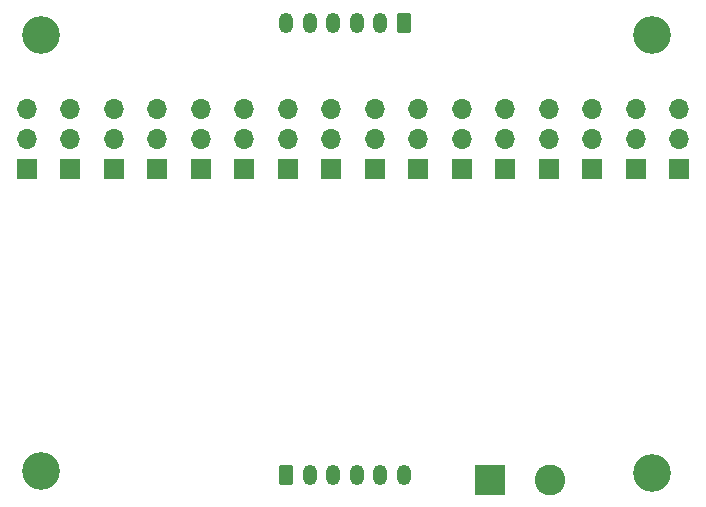
<source format=gbr>
%TF.GenerationSoftware,KiCad,Pcbnew,8.0.2*%
%TF.CreationDate,2025-04-18T13:41:41+02:00*%
%TF.ProjectId,PCA9685 board,50434139-3638-4352-9062-6f6172642e6b,rev?*%
%TF.SameCoordinates,Original*%
%TF.FileFunction,Soldermask,Bot*%
%TF.FilePolarity,Negative*%
%FSLAX46Y46*%
G04 Gerber Fmt 4.6, Leading zero omitted, Abs format (unit mm)*
G04 Created by KiCad (PCBNEW 8.0.2) date 2025-04-18 13:41:41*
%MOMM*%
%LPD*%
G01*
G04 APERTURE LIST*
G04 Aperture macros list*
%AMRoundRect*
0 Rectangle with rounded corners*
0 $1 Rounding radius*
0 $2 $3 $4 $5 $6 $7 $8 $9 X,Y pos of 4 corners*
0 Add a 4 corners polygon primitive as box body*
4,1,4,$2,$3,$4,$5,$6,$7,$8,$9,$2,$3,0*
0 Add four circle primitives for the rounded corners*
1,1,$1+$1,$2,$3*
1,1,$1+$1,$4,$5*
1,1,$1+$1,$6,$7*
1,1,$1+$1,$8,$9*
0 Add four rect primitives between the rounded corners*
20,1,$1+$1,$2,$3,$4,$5,0*
20,1,$1+$1,$4,$5,$6,$7,0*
20,1,$1+$1,$6,$7,$8,$9,0*
20,1,$1+$1,$8,$9,$2,$3,0*%
G04 Aperture macros list end*
%ADD10R,1.700000X1.700000*%
%ADD11O,1.700000X1.700000*%
%ADD12C,3.200000*%
%ADD13RoundRect,0.250000X-0.350000X-0.625000X0.350000X-0.625000X0.350000X0.625000X-0.350000X0.625000X0*%
%ADD14O,1.200000X1.750000*%
%ADD15RoundRect,0.250000X0.350000X0.625000X-0.350000X0.625000X-0.350000X-0.625000X0.350000X-0.625000X0*%
%ADD16R,2.600000X2.600000*%
%ADD17C,2.600000*%
G04 APERTURE END LIST*
D10*
%TO.C,M12*%
X153289000Y-127635000D03*
D11*
X153289000Y-125095000D03*
X153289000Y-122555000D03*
%TD*%
D10*
%TO.C,M4*%
X182753000Y-127635000D03*
D11*
X182753000Y-125095000D03*
X182753000Y-122555000D03*
%TD*%
D10*
%TO.C,M8*%
X168021000Y-127635000D03*
D11*
X168021000Y-125095000D03*
X168021000Y-122555000D03*
%TD*%
D10*
%TO.C,M9*%
X164338000Y-127620000D03*
D11*
X164338000Y-125080000D03*
X164338000Y-122540000D03*
%TD*%
D10*
%TO.C,M2*%
X190119000Y-127635000D03*
D11*
X190119000Y-125095000D03*
X190119000Y-122555000D03*
%TD*%
D12*
%TO.C,H4*%
X139739000Y-153162000D03*
%TD*%
D10*
%TO.C,M7*%
X171704000Y-127635000D03*
D11*
X171704000Y-125095000D03*
X171704000Y-122555000D03*
%TD*%
D13*
%TO.C,J2*%
X160497000Y-153506000D03*
D14*
X162497000Y-153506000D03*
X164497000Y-153506000D03*
X166497000Y-153506000D03*
X168497000Y-153506000D03*
X170497000Y-153506000D03*
%TD*%
D10*
%TO.C,M15*%
X142240000Y-127620000D03*
D11*
X142240000Y-125080000D03*
X142240000Y-122540000D03*
%TD*%
D10*
%TO.C,M3*%
X186436000Y-127635000D03*
D11*
X186436000Y-125095000D03*
X186436000Y-122555000D03*
%TD*%
D10*
%TO.C,M13*%
X149606000Y-127635000D03*
D11*
X149606000Y-125095000D03*
X149606000Y-122555000D03*
%TD*%
D10*
%TO.C,M10*%
X160655000Y-127635000D03*
D11*
X160655000Y-125095000D03*
X160655000Y-122555000D03*
%TD*%
D10*
%TO.C,M16*%
X138557000Y-127635000D03*
D11*
X138557000Y-125095000D03*
X138557000Y-122555000D03*
%TD*%
D10*
%TO.C,M11*%
X156972000Y-127635000D03*
D11*
X156972000Y-125095000D03*
X156972000Y-122555000D03*
%TD*%
D10*
%TO.C,M14*%
X145923000Y-127620000D03*
D11*
X145923000Y-125080000D03*
X145923000Y-122540000D03*
%TD*%
D15*
%TO.C,J3*%
X170497000Y-115226000D03*
D14*
X168497000Y-115226000D03*
X166497000Y-115226000D03*
X164497000Y-115226000D03*
X162497000Y-115226000D03*
X160497000Y-115226000D03*
%TD*%
D10*
%TO.C,M1*%
X193802000Y-127635000D03*
D11*
X193802000Y-125095000D03*
X193802000Y-122555000D03*
%TD*%
D12*
%TO.C,H2*%
X139739000Y-116244000D03*
%TD*%
D16*
%TO.C,J1*%
X177800000Y-153924000D03*
D17*
X182880000Y-153924000D03*
%TD*%
D10*
%TO.C,M6*%
X175387000Y-127620000D03*
D11*
X175387000Y-125080000D03*
X175387000Y-122540000D03*
%TD*%
D12*
%TO.C,H3*%
X191477000Y-153377000D03*
%TD*%
%TO.C,H1*%
X191477000Y-116244000D03*
%TD*%
D10*
%TO.C,M5*%
X179070000Y-127635000D03*
D11*
X179070000Y-125095000D03*
X179070000Y-122555000D03*
%TD*%
M02*

</source>
